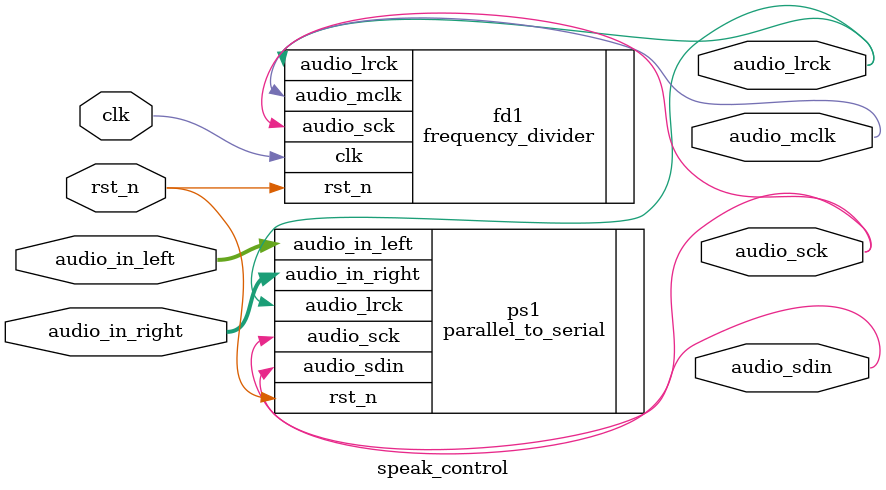
<source format=v>
`include "frequency_divider.v"
`include "parallel_to_serial.v"

module speak_control (
    input clk,
    input rst_n,
    input [15:0] audio_in_left,
    input [15:0] audio_in_right,
    output audio_mclk,
    output audio_lrck,
    output audio_sck,
    output audio_sdin
);

wire audio_lrck, audio_sck;

frequency_divider fd1(
    .clk(clk),
    .rst_n(rst_n),
    .audio_mclk(audio_mclk),  
    .audio_lrck(audio_lrck),  
    .audio_sck(audio_sck)    
);

parallel_to_serial ps1(
    .audio_lrck(audio_lrck),
    .audio_sck(audio_sck),
    .rst_n(rst_n),
    .audio_in_left(audio_in_left),
    .audio_in_right(audio_in_right),
    .audio_sdin(audio_sdin)
);
    
endmodule
</source>
